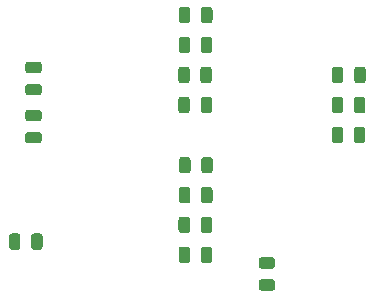
<source format=gbr>
G04 #@! TF.GenerationSoftware,KiCad,Pcbnew,(5.1.6)-1*
G04 #@! TF.CreationDate,2020-06-08T09:52:31+03:00*
G04 #@! TF.ProjectId,Z80,5a38302e-6b69-4636-9164-5f7063625858,rev?*
G04 #@! TF.SameCoordinates,Original*
G04 #@! TF.FileFunction,Paste,Bot*
G04 #@! TF.FilePolarity,Positive*
%FSLAX46Y46*%
G04 Gerber Fmt 4.6, Leading zero omitted, Abs format (unit mm)*
G04 Created by KiCad (PCBNEW (5.1.6)-1) date 2020-06-08 09:52:31*
%MOMM*%
%LPD*%
G01*
G04 APERTURE LIST*
G04 APERTURE END LIST*
G36*
G01*
X47013810Y-66416340D02*
X47926310Y-66416340D01*
G75*
G02*
X48170060Y-66660090I0J-243750D01*
G01*
X48170060Y-67147590D01*
G75*
G02*
X47926310Y-67391340I-243750J0D01*
G01*
X47013810Y-67391340D01*
G75*
G02*
X46770060Y-67147590I0J243750D01*
G01*
X46770060Y-66660090D01*
G75*
G02*
X47013810Y-66416340I243750J0D01*
G01*
G37*
G36*
G01*
X47013810Y-64541340D02*
X47926310Y-64541340D01*
G75*
G02*
X48170060Y-64785090I0J-243750D01*
G01*
X48170060Y-65272590D01*
G75*
G02*
X47926310Y-65516340I-243750J0D01*
G01*
X47013810Y-65516340D01*
G75*
G02*
X46770060Y-65272590I0J243750D01*
G01*
X46770060Y-64785090D01*
G75*
G02*
X47013810Y-64541340I243750J0D01*
G01*
G37*
G36*
G01*
X45399900Y-76160950D02*
X45399900Y-75248450D01*
G75*
G02*
X45643650Y-75004700I243750J0D01*
G01*
X46131150Y-75004700D01*
G75*
G02*
X46374900Y-75248450I0J-243750D01*
G01*
X46374900Y-76160950D01*
G75*
G02*
X46131150Y-76404700I-243750J0D01*
G01*
X45643650Y-76404700D01*
G75*
G02*
X45399900Y-76160950I0J243750D01*
G01*
G37*
G36*
G01*
X47274900Y-76160950D02*
X47274900Y-75248450D01*
G75*
G02*
X47518650Y-75004700I243750J0D01*
G01*
X48006150Y-75004700D01*
G75*
G02*
X48249900Y-75248450I0J-243750D01*
G01*
X48249900Y-76160950D01*
G75*
G02*
X48006150Y-76404700I-243750J0D01*
G01*
X47518650Y-76404700D01*
G75*
G02*
X47274900Y-76160950I0J243750D01*
G01*
G37*
G36*
G01*
X47018890Y-60472260D02*
X47931390Y-60472260D01*
G75*
G02*
X48175140Y-60716010I0J-243750D01*
G01*
X48175140Y-61203510D01*
G75*
G02*
X47931390Y-61447260I-243750J0D01*
G01*
X47018890Y-61447260D01*
G75*
G02*
X46775140Y-61203510I0J243750D01*
G01*
X46775140Y-60716010D01*
G75*
G02*
X47018890Y-60472260I243750J0D01*
G01*
G37*
G36*
G01*
X47018890Y-62347260D02*
X47931390Y-62347260D01*
G75*
G02*
X48175140Y-62591010I0J-243750D01*
G01*
X48175140Y-63078510D01*
G75*
G02*
X47931390Y-63322260I-243750J0D01*
G01*
X47018890Y-63322260D01*
G75*
G02*
X46775140Y-63078510I0J243750D01*
G01*
X46775140Y-62591010D01*
G75*
G02*
X47018890Y-62347260I243750J0D01*
G01*
G37*
G36*
G01*
X67697670Y-79872900D02*
X66785170Y-79872900D01*
G75*
G02*
X66541420Y-79629150I0J243750D01*
G01*
X66541420Y-79141650D01*
G75*
G02*
X66785170Y-78897900I243750J0D01*
G01*
X67697670Y-78897900D01*
G75*
G02*
X67941420Y-79141650I0J-243750D01*
G01*
X67941420Y-79629150D01*
G75*
G02*
X67697670Y-79872900I-243750J0D01*
G01*
G37*
G36*
G01*
X67697670Y-77997900D02*
X66785170Y-77997900D01*
G75*
G02*
X66541420Y-77754150I0J243750D01*
G01*
X66541420Y-77266650D01*
G75*
G02*
X66785170Y-77022900I243750J0D01*
G01*
X67697670Y-77022900D01*
G75*
G02*
X67941420Y-77266650I0J-243750D01*
G01*
X67941420Y-77754150D01*
G75*
G02*
X67697670Y-77997900I-243750J0D01*
G01*
G37*
G36*
G01*
X74610380Y-67131250D02*
X74610380Y-66218750D01*
G75*
G02*
X74854130Y-65975000I243750J0D01*
G01*
X75341630Y-65975000D01*
G75*
G02*
X75585380Y-66218750I0J-243750D01*
G01*
X75585380Y-67131250D01*
G75*
G02*
X75341630Y-67375000I-243750J0D01*
G01*
X74854130Y-67375000D01*
G75*
G02*
X74610380Y-67131250I0J243750D01*
G01*
G37*
G36*
G01*
X72735380Y-67131250D02*
X72735380Y-66218750D01*
G75*
G02*
X72979130Y-65975000I243750J0D01*
G01*
X73466630Y-65975000D01*
G75*
G02*
X73710380Y-66218750I0J-243750D01*
G01*
X73710380Y-67131250D01*
G75*
G02*
X73466630Y-67375000I-243750J0D01*
G01*
X72979130Y-67375000D01*
G75*
G02*
X72735380Y-67131250I0J243750D01*
G01*
G37*
G36*
G01*
X72732840Y-64603950D02*
X72732840Y-63691450D01*
G75*
G02*
X72976590Y-63447700I243750J0D01*
G01*
X73464090Y-63447700D01*
G75*
G02*
X73707840Y-63691450I0J-243750D01*
G01*
X73707840Y-64603950D01*
G75*
G02*
X73464090Y-64847700I-243750J0D01*
G01*
X72976590Y-64847700D01*
G75*
G02*
X72732840Y-64603950I0J243750D01*
G01*
G37*
G36*
G01*
X74607840Y-64603950D02*
X74607840Y-63691450D01*
G75*
G02*
X74851590Y-63447700I243750J0D01*
G01*
X75339090Y-63447700D01*
G75*
G02*
X75582840Y-63691450I0J-243750D01*
G01*
X75582840Y-64603950D01*
G75*
G02*
X75339090Y-64847700I-243750J0D01*
G01*
X74851590Y-64847700D01*
G75*
G02*
X74607840Y-64603950I0J243750D01*
G01*
G37*
G36*
G01*
X74625620Y-62048710D02*
X74625620Y-61136210D01*
G75*
G02*
X74869370Y-60892460I243750J0D01*
G01*
X75356870Y-60892460D01*
G75*
G02*
X75600620Y-61136210I0J-243750D01*
G01*
X75600620Y-62048710D01*
G75*
G02*
X75356870Y-62292460I-243750J0D01*
G01*
X74869370Y-62292460D01*
G75*
G02*
X74625620Y-62048710I0J243750D01*
G01*
G37*
G36*
G01*
X72750620Y-62048710D02*
X72750620Y-61136210D01*
G75*
G02*
X72994370Y-60892460I243750J0D01*
G01*
X73481870Y-60892460D01*
G75*
G02*
X73725620Y-61136210I0J-243750D01*
G01*
X73725620Y-62048710D01*
G75*
G02*
X73481870Y-62292460I-243750J0D01*
G01*
X72994370Y-62292460D01*
G75*
G02*
X72750620Y-62048710I0J243750D01*
G01*
G37*
G36*
G01*
X61630980Y-74746170D02*
X61630980Y-73833670D01*
G75*
G02*
X61874730Y-73589920I243750J0D01*
G01*
X62362230Y-73589920D01*
G75*
G02*
X62605980Y-73833670I0J-243750D01*
G01*
X62605980Y-74746170D01*
G75*
G02*
X62362230Y-74989920I-243750J0D01*
G01*
X61874730Y-74989920D01*
G75*
G02*
X61630980Y-74746170I0J243750D01*
G01*
G37*
G36*
G01*
X59755980Y-74746170D02*
X59755980Y-73833670D01*
G75*
G02*
X59999730Y-73589920I243750J0D01*
G01*
X60487230Y-73589920D01*
G75*
G02*
X60730980Y-73833670I0J-243750D01*
G01*
X60730980Y-74746170D01*
G75*
G02*
X60487230Y-74989920I-243750J0D01*
G01*
X59999730Y-74989920D01*
G75*
G02*
X59755980Y-74746170I0J243750D01*
G01*
G37*
G36*
G01*
X59766140Y-77276010D02*
X59766140Y-76363510D01*
G75*
G02*
X60009890Y-76119760I243750J0D01*
G01*
X60497390Y-76119760D01*
G75*
G02*
X60741140Y-76363510I0J-243750D01*
G01*
X60741140Y-77276010D01*
G75*
G02*
X60497390Y-77519760I-243750J0D01*
G01*
X60009890Y-77519760D01*
G75*
G02*
X59766140Y-77276010I0J243750D01*
G01*
G37*
G36*
G01*
X61641140Y-77276010D02*
X61641140Y-76363510D01*
G75*
G02*
X61884890Y-76119760I243750J0D01*
G01*
X62372390Y-76119760D01*
G75*
G02*
X62616140Y-76363510I0J-243750D01*
G01*
X62616140Y-77276010D01*
G75*
G02*
X62372390Y-77519760I-243750J0D01*
G01*
X61884890Y-77519760D01*
G75*
G02*
X61641140Y-77276010I0J243750D01*
G01*
G37*
G36*
G01*
X61679240Y-69681410D02*
X61679240Y-68768910D01*
G75*
G02*
X61922990Y-68525160I243750J0D01*
G01*
X62410490Y-68525160D01*
G75*
G02*
X62654240Y-68768910I0J-243750D01*
G01*
X62654240Y-69681410D01*
G75*
G02*
X62410490Y-69925160I-243750J0D01*
G01*
X61922990Y-69925160D01*
G75*
G02*
X61679240Y-69681410I0J243750D01*
G01*
G37*
G36*
G01*
X59804240Y-69681410D02*
X59804240Y-68768910D01*
G75*
G02*
X60047990Y-68525160I243750J0D01*
G01*
X60535490Y-68525160D01*
G75*
G02*
X60779240Y-68768910I0J-243750D01*
G01*
X60779240Y-69681410D01*
G75*
G02*
X60535490Y-69925160I-243750J0D01*
G01*
X60047990Y-69925160D01*
G75*
G02*
X59804240Y-69681410I0J243750D01*
G01*
G37*
G36*
G01*
X59773760Y-59508710D02*
X59773760Y-58596210D01*
G75*
G02*
X60017510Y-58352460I243750J0D01*
G01*
X60505010Y-58352460D01*
G75*
G02*
X60748760Y-58596210I0J-243750D01*
G01*
X60748760Y-59508710D01*
G75*
G02*
X60505010Y-59752460I-243750J0D01*
G01*
X60017510Y-59752460D01*
G75*
G02*
X59773760Y-59508710I0J243750D01*
G01*
G37*
G36*
G01*
X61648760Y-59508710D02*
X61648760Y-58596210D01*
G75*
G02*
X61892510Y-58352460I243750J0D01*
G01*
X62380010Y-58352460D01*
G75*
G02*
X62623760Y-58596210I0J-243750D01*
G01*
X62623760Y-59508710D01*
G75*
G02*
X62380010Y-59752460I-243750J0D01*
G01*
X61892510Y-59752460D01*
G75*
G02*
X61648760Y-59508710I0J243750D01*
G01*
G37*
G36*
G01*
X59786460Y-56973790D02*
X59786460Y-56061290D01*
G75*
G02*
X60030210Y-55817540I243750J0D01*
G01*
X60517710Y-55817540D01*
G75*
G02*
X60761460Y-56061290I0J-243750D01*
G01*
X60761460Y-56973790D01*
G75*
G02*
X60517710Y-57217540I-243750J0D01*
G01*
X60030210Y-57217540D01*
G75*
G02*
X59786460Y-56973790I0J243750D01*
G01*
G37*
G36*
G01*
X61661460Y-56973790D02*
X61661460Y-56061290D01*
G75*
G02*
X61905210Y-55817540I243750J0D01*
G01*
X62392710Y-55817540D01*
G75*
G02*
X62636460Y-56061290I0J-243750D01*
G01*
X62636460Y-56973790D01*
G75*
G02*
X62392710Y-57217540I-243750J0D01*
G01*
X61905210Y-57217540D01*
G75*
G02*
X61661460Y-56973790I0J243750D01*
G01*
G37*
G36*
G01*
X61608120Y-62053790D02*
X61608120Y-61141290D01*
G75*
G02*
X61851870Y-60897540I243750J0D01*
G01*
X62339370Y-60897540D01*
G75*
G02*
X62583120Y-61141290I0J-243750D01*
G01*
X62583120Y-62053790D01*
G75*
G02*
X62339370Y-62297540I-243750J0D01*
G01*
X61851870Y-62297540D01*
G75*
G02*
X61608120Y-62053790I0J243750D01*
G01*
G37*
G36*
G01*
X59733120Y-62053790D02*
X59733120Y-61141290D01*
G75*
G02*
X59976870Y-60897540I243750J0D01*
G01*
X60464370Y-60897540D01*
G75*
G02*
X60708120Y-61141290I0J-243750D01*
G01*
X60708120Y-62053790D01*
G75*
G02*
X60464370Y-62297540I-243750J0D01*
G01*
X59976870Y-62297540D01*
G75*
G02*
X59733120Y-62053790I0J243750D01*
G01*
G37*
G36*
G01*
X59745820Y-64591250D02*
X59745820Y-63678750D01*
G75*
G02*
X59989570Y-63435000I243750J0D01*
G01*
X60477070Y-63435000D01*
G75*
G02*
X60720820Y-63678750I0J-243750D01*
G01*
X60720820Y-64591250D01*
G75*
G02*
X60477070Y-64835000I-243750J0D01*
G01*
X59989570Y-64835000D01*
G75*
G02*
X59745820Y-64591250I0J243750D01*
G01*
G37*
G36*
G01*
X61620820Y-64591250D02*
X61620820Y-63678750D01*
G75*
G02*
X61864570Y-63435000I243750J0D01*
G01*
X62352070Y-63435000D01*
G75*
G02*
X62595820Y-63678750I0J-243750D01*
G01*
X62595820Y-64591250D01*
G75*
G02*
X62352070Y-64835000I-243750J0D01*
G01*
X61864570Y-64835000D01*
G75*
G02*
X61620820Y-64591250I0J243750D01*
G01*
G37*
G36*
G01*
X61661460Y-72218870D02*
X61661460Y-71306370D01*
G75*
G02*
X61905210Y-71062620I243750J0D01*
G01*
X62392710Y-71062620D01*
G75*
G02*
X62636460Y-71306370I0J-243750D01*
G01*
X62636460Y-72218870D01*
G75*
G02*
X62392710Y-72462620I-243750J0D01*
G01*
X61905210Y-72462620D01*
G75*
G02*
X61661460Y-72218870I0J243750D01*
G01*
G37*
G36*
G01*
X59786460Y-72218870D02*
X59786460Y-71306370D01*
G75*
G02*
X60030210Y-71062620I243750J0D01*
G01*
X60517710Y-71062620D01*
G75*
G02*
X60761460Y-71306370I0J-243750D01*
G01*
X60761460Y-72218870D01*
G75*
G02*
X60517710Y-72462620I-243750J0D01*
G01*
X60030210Y-72462620D01*
G75*
G02*
X59786460Y-72218870I0J243750D01*
G01*
G37*
M02*

</source>
